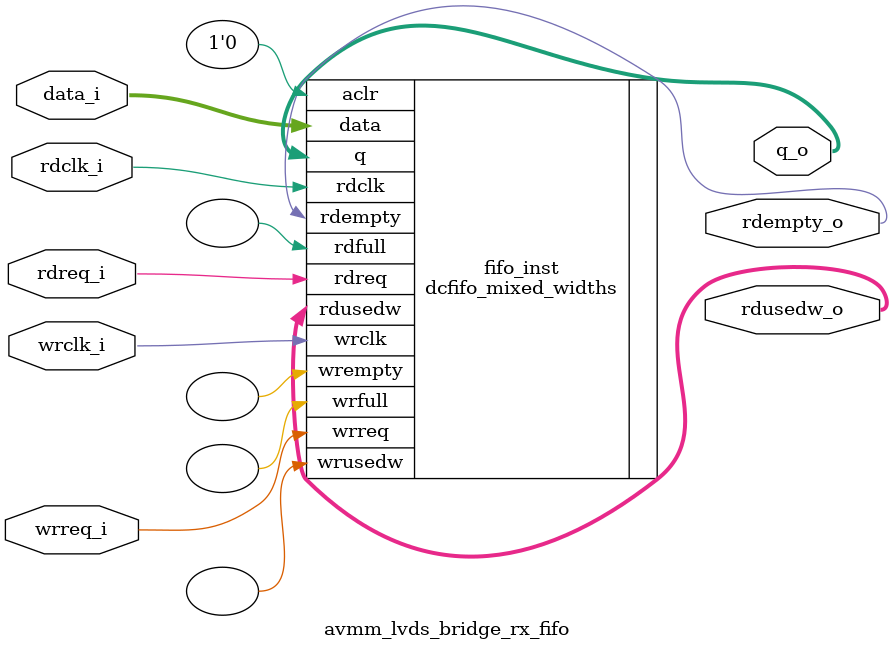
<source format=sv>


// N.B. FIFO size must be equal or above max burst size,
// it is eliminates overflow

// DATA_W and FACTOR must be power of 2

module avmm_lvds_bridge_rx_fifo #(
	parameter DATA_W = 32  ,
	parameter FACTOR = 1   ,
	parameter SIZE   = 1024

)(
	input                            wrclk_i   ,
	input  [(DATA_W / FACTOR) - 1:0] data_i    ,
	input                            wrreq_i   ,

	input                            rdclk_i   ,
	input                            rdreq_i   ,
	output            [DATA_W - 1:0] q_o       ,
	output                           rdempty_o ,
	output          [$clog2(SIZE):0] rdusedw_o
);

	dcfifo_mixed_widths fifo_inst (
		.aclr    (1'b0),

		.wrclk   (wrclk_i),
		.wrreq   (wrreq_i),
		.data    (data_i),
		.wrfull  (),
		.wrempty (),
		.wrusedw (),

		.rdclk   (rdclk_i),
		.rdreq   (rdreq_i),
		.q       (q_o),
		.rdempty (rdempty_o),
		.rdfull  (),
		.rdusedw (rdusedw_o)
	);
	defparam
		fifo_inst.lpm_width    = DATA_W / FACTOR,			// width of data port
		fifo_inst.lpm_width_r  = DATA_W,         	       	// width of q port
		fifo_inst.lpm_numwords = SIZE * FACTOR,
		fifo_inst.lpm_widthu   = $clog2(SIZE * FACTOR) + 1,	// width of wrusedw
		fifo_inst.lpm_widthu_r = $clog2(SIZE) + 1,			// width of rdusedw

		fifo_inst.lpm_showahead = "OFF",					// Normal mode - q valid after rdreq
		fifo_inst.lpm_type = "dcfifo_mixed_widths",
		fifo_inst.overflow_checking = "OFF",
		fifo_inst.underflow_checking = "OFF",
		// fifo_inst.add_usedw_msb_bit = "OFF",
		fifo_inst.add_usedw_msb_bit = "ON",

		fifo_inst.clocks_are_synchronized = "FALSE",	// Clock sync settings
		fifo_inst.wrsync_delaypipe = 4,		// Number of sync stages in control logic
		fifo_inst.rdsync_delaypipe = 4,		// N.B. Internaly reduced by 2, i.e. 4 - 2 sync stages

		fifo_inst.use_eab = "ON",			// Constructed using RAM block

		fifo_inst.write_aclr_synch = "OFF",	// Internaly sync aclr signal
		fifo_inst.read_aclr_synch = "OFF"
`ifdef MODELSIM
		, fifo_inst.intended_device_family = `ALTERA_DEVICE_FAMILY;
`else
		;
`endif


endmodule
</source>
